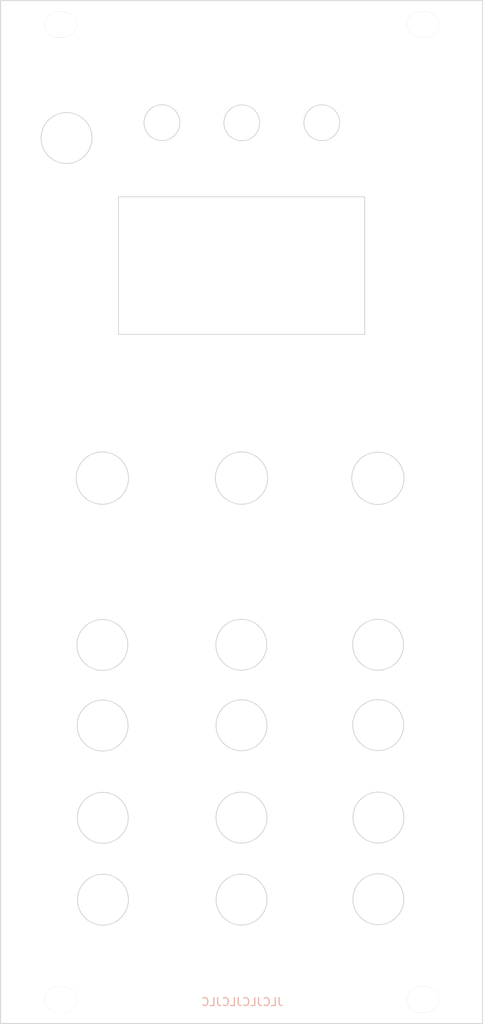
<source format=kicad_pcb>
(kicad_pcb (version 20211014) (generator pcbnew)
  (layers (0 "F.Cu" signal) (31 "B.Cu" signal) (34 "B.Paste" user) (35 "F.Paste" user) (36 "B.SilkS" user "B.Silkscreen") (37 "F.SilkS" user "F.Silkscreen") (38 "B.Mask" user) (39 "F.Mask" user) (44 "Edge.Cuts" user))
  (net 0 "")
  (footprint "winterbloom:MountingHole_M3_Slotted_Eurorack" (layer "F.Cu") (at 73.088156 22.982 180)
    (fp_text reference " " hide)
    (fp_text value " " hide)
    (pad "" np_thru_hole roundrect locked (at 0 0 180) (size 4 3.2) (drill oval 4 3.2) (layers *.Cu *.Mask) (roundrect_rratio 0.5))
  )
  (footprint "winterbloom:MountingHole_M3_Slotted_Eurorack" (layer "F.Cu") (at 27.498156 145.462)
    (fp_text reference " " hide)
    (fp_text value " " hide)
    (pad "" np_thru_hole roundrect locked (at 0 0) (size 4 3.2) (drill oval 4 3.2) (layers *.Cu *.Mask) (roundrect_rratio 0.5))
  )
  (footprint "winterbloom:MountingHole_M3_Slotted_Eurorack" (layer "F.Cu") (at 73.088156 145.472 180)
    (fp_text reference " " hide)
    (fp_text value " " hide)
    (pad "" np_thru_hole roundrect locked (at 0 0 180) (size 4 3.2) (drill oval 4 3.2) (layers *.Cu *.Mask) (roundrect_rratio 0.5))
  )
  (footprint "winterbloom:MountingHole_M3_Slotted_Eurorack" (layer "F.Cu") (at 27.508156 23.002)
    (fp_text reference " " hide)
    (fp_text value " " hide)
    (pad "" np_thru_hole roundrect locked (at 0 0) (size 4 3.2) (drill oval 4 3.2) (layers *.Cu *.Mask) (roundrect_rratio 0.5))
  )
  (gr_circle (center 32.788156 100.932) (end 35.988156 100.932) (layer "Edge.Cuts") (width 0.1) (fill none))
  (gr_circle (center 67.498156 122.612) (end 70.698156 122.612) (layer "Edge.Cuts") (width 0.1) (fill none))
  (gr_rect (start 34.815356 44.6264) (end 65.771356 61.9172) (layer "Edge.Cuts") (width 0.1) (fill none))
  (gr_circle (center 67.468156 110.992) (end 70.668156 110.992) (layer "Edge.Cuts") (width 0.1) (fill none))
  (gr_rect (start 19.99 19.98) (end 80.59 148.48) (layer "Edge.Cuts") (width 0.1) (fill none))
  (gr_circle (center 50.285195 79.9672) (end 52.367995 82.5072) (layer "Edge.Cuts") (width 0.1) (fill none))
  (gr_circle (center 28.28 37.244294) (end 31.48 37.244294) (layer "Edge.Cuts") (width 0.1) (fill none))
  (gr_circle (center 50.318156 35.332) (end 52.568156 35.332) (layer "Edge.Cuts") (width 0.1) (fill none))
  (gr_circle (center 32.784595 79.9672) (end 34.867395 82.5072) (layer "Edge.Cuts") (width 0.1) (fill none))
  (gr_circle (center 67.430195 79.9926) (end 69.512995 82.5326) (layer "Edge.Cuts") (width 0.1) (fill none))
  (gr_circle (center 50.278156 122.612) (end 53.478156 122.612) (layer "Edge.Cuts") (width 0.1) (fill none))
  (gr_circle (center 40.273108 35.314) (end 42.523108 35.314) (layer "Edge.Cuts") (width 0.1) (fill none))
  (gr_circle (center 32.818156 111.052) (end 36.018156 111.052) (layer "Edge.Cuts") (width 0.1) (fill none))
  (gr_circle (center 60.378156 35.322) (end 62.628156 35.322) (layer "Edge.Cuts") (width 0.1) (fill none))
  (gr_circle (center 67.458156 100.902) (end 70.658156 100.902) (layer "Edge.Cuts") (width 0.1) (fill none))
  (gr_circle (center 50.258156 100.902) (end 53.458156 100.902) (layer "Edge.Cuts") (width 0.1) (fill none))
  (gr_circle (center 67.488156 132.872) (end 70.688156 132.872) (layer "Edge.Cuts") (width 0.1) (fill none))
  (gr_circle (center 50.278156 111.022) (end 53.478156 111.022) (layer "Edge.Cuts") (width 0.1) (fill none))
  (gr_circle (center 32.838156 122.642) (end 36.038156 122.642) (layer "Edge.Cuts") (width 0.1) (fill none))
  (gr_circle (center 32.858156 132.932) (end 36.058156 132.932) (layer "Edge.Cuts") (width 0.1) (fill none))
  (gr_circle (center 50.288156 132.912) (end 53.488156 132.912) (layer "Edge.Cuts") (width 0.1) (fill none))
  (gr_text "JLCJLCJLCJLC" (at 50.38 145.77) (layer "B.SilkS") (effects (font (size 1 1)) (justify mirror)))
)
</source>
